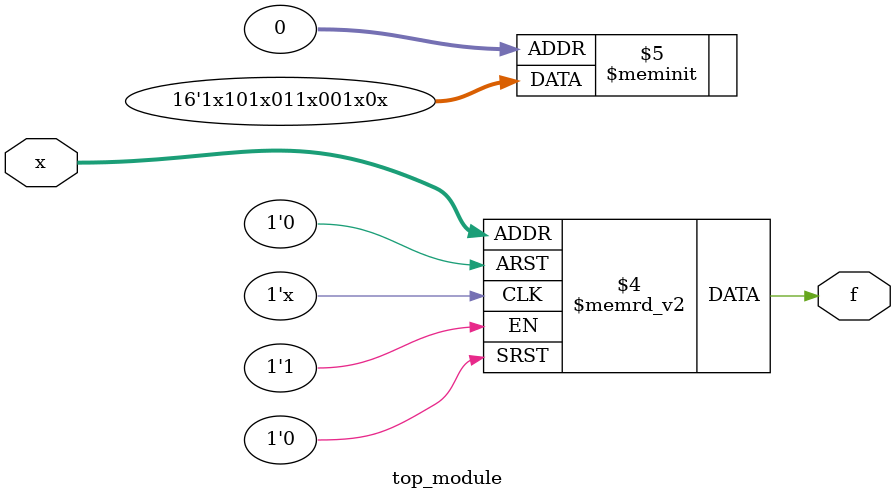
<source format=sv>
module top_module (
	input [4:1] x,
	output logic f
);

always_comb begin
	case ({x[4], x[3], x[2], x[1]})
		4'b0001: f = 0;
		4'b0011: f = 1;
		4'b0100: f = 0;
		4'b0101: f = 0;
		4'b0111: f = 1;
		4'b1000: f = 1;
		4'b1001: f = 0;
		4'b1011: f = 1;
		4'b1100: f = 0;
		4'b1101: f = 1;
		4'b1111: f = 1;
		default: f = 1'bx; // Don't care condition
	endcase
end

endmodule

</source>
